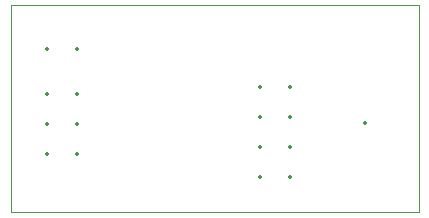
<source format=gko>
%TF.GenerationSoftware,KiCad,Pcbnew,9.0.5*%
%TF.CreationDate,2025-11-26T16:17:29+01:00*%
%TF.ProjectId,Stacja_pogody_SD,53746163-6a61-45f7-906f-676f64795f53,rev?*%
%TF.SameCoordinates,Original*%
%TF.FileFunction,Profile,NP*%
%FSLAX46Y46*%
G04 Gerber Fmt 4.6, Leading zero omitted, Abs format (unit mm)*
G04 Created by KiCad (PCBNEW 9.0.5) date 2025-11-26 16:17:29*
%MOMM*%
%LPD*%
G01*
G04 APERTURE LIST*
%TA.AperFunction,Profile*%
%ADD10C,0.050000*%
%TD*%
%ADD11C,0.350000*%
G04 APERTURE END LIST*
D10*
X114000000Y-34000000D02*
X148559378Y-34000000D01*
X148559378Y-51560622D01*
X114000000Y-51560622D01*
X114000000Y-34000000D01*
D11*
X119645000Y-37750000D03*
X117105000Y-37750000D03*
X117115000Y-41500000D03*
X119655000Y-41500000D03*
X117115000Y-44040000D03*
X119655000Y-44040000D03*
X117115000Y-46580000D03*
X119655000Y-46580000D03*
X144000000Y-44000000D03*
X135100000Y-40940000D03*
X137640000Y-40940000D03*
X135100000Y-43480000D03*
X137640000Y-43480000D03*
X135100000Y-46020000D03*
X137640000Y-46020000D03*
X135100000Y-48560000D03*
X137640000Y-48560000D03*
M02*

</source>
